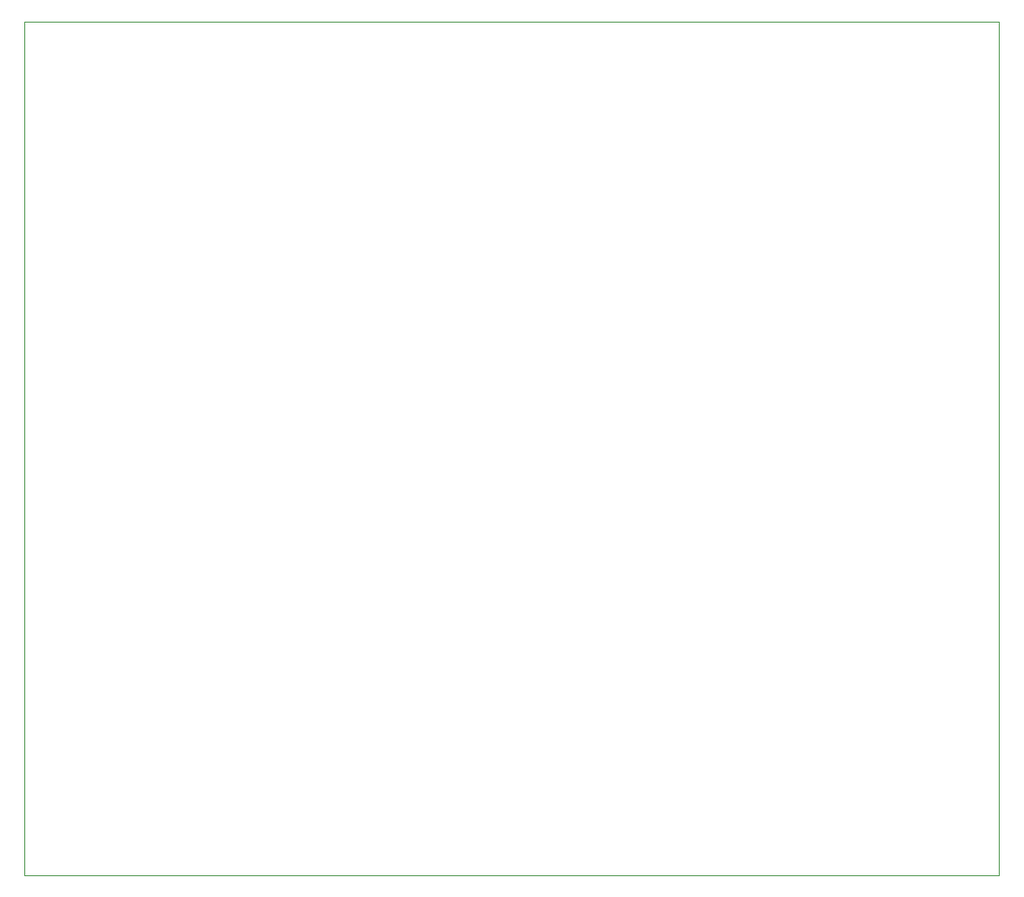
<source format=gm1>
%TF.GenerationSoftware,KiCad,Pcbnew,(5.1.0)-1*%
%TF.CreationDate,2022-03-22T21:10:23+01:00*%
%TF.ProjectId,led_display,6c65645f-6469-4737-906c-61792e6b6963,rev?*%
%TF.SameCoordinates,Original*%
%TF.FileFunction,Profile,NP*%
%FSLAX46Y46*%
G04 Gerber Fmt 4.6, Leading zero omitted, Abs format (unit mm)*
G04 Created by KiCad (PCBNEW (5.1.0)-1) date 2022-03-22 21:10:23*
%MOMM*%
%LPD*%
G04 APERTURE LIST*
%ADD10C,0.050000*%
G04 APERTURE END LIST*
D10*
X84000000Y-127450000D02*
X84000000Y-83400000D01*
X179000000Y-129250000D02*
X179000000Y-100500000D01*
X179000000Y-129250000D02*
X175900000Y-129250000D01*
X84000000Y-129250000D02*
X175900000Y-129250000D01*
X84000000Y-127450000D02*
X84000000Y-129250000D01*
X179000000Y-84500000D02*
X179000000Y-100500000D01*
X179000000Y-46000000D02*
X179000000Y-84500000D01*
X84000000Y-46000000D02*
X84000000Y-83400000D01*
X84000000Y-46000000D02*
X179000000Y-46000000D01*
M02*

</source>
